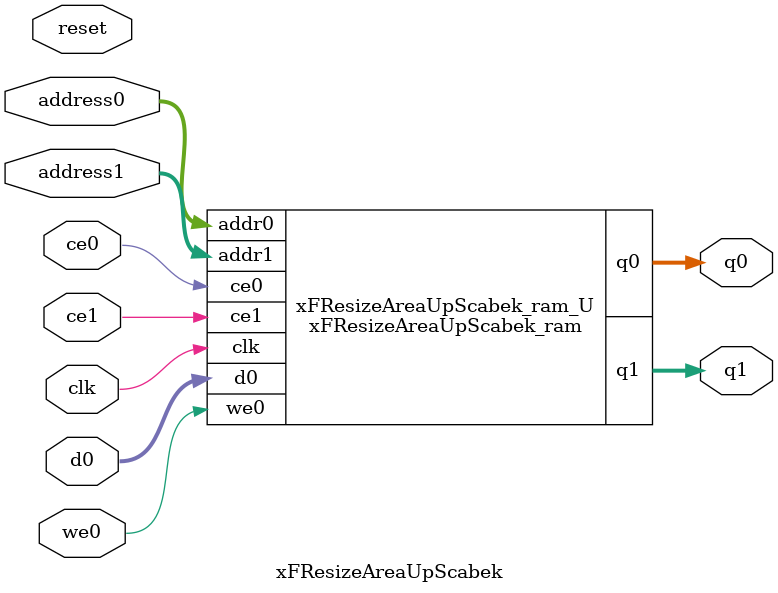
<source format=v>
`timescale 1 ns / 1 ps
module xFResizeAreaUpScabek_ram (addr0, ce0, d0, we0, q0, addr1, ce1, q1,  clk);

parameter DWIDTH = 24;
parameter AWIDTH = 9;
parameter MEM_SIZE = 320;

input[AWIDTH-1:0] addr0;
input ce0;
input[DWIDTH-1:0] d0;
input we0;
output reg[DWIDTH-1:0] q0;
input[AWIDTH-1:0] addr1;
input ce1;
output reg[DWIDTH-1:0] q1;
input clk;

(* ram_style = "block" *)reg [DWIDTH-1:0] ram[0:MEM_SIZE-1];




always @(posedge clk)  
begin 
    if (ce0) begin
        if (we0) 
            ram[addr0] <= d0; 
        q0 <= ram[addr0];
    end
end


always @(posedge clk)  
begin 
    if (ce1) begin
        q1 <= ram[addr1];
    end
end


endmodule

`timescale 1 ns / 1 ps
module xFResizeAreaUpScabek(
    reset,
    clk,
    address0,
    ce0,
    we0,
    d0,
    q0,
    address1,
    ce1,
    q1);

parameter DataWidth = 32'd24;
parameter AddressRange = 32'd320;
parameter AddressWidth = 32'd9;
input reset;
input clk;
input[AddressWidth - 1:0] address0;
input ce0;
input we0;
input[DataWidth - 1:0] d0;
output[DataWidth - 1:0] q0;
input[AddressWidth - 1:0] address1;
input ce1;
output[DataWidth - 1:0] q1;



xFResizeAreaUpScabek_ram xFResizeAreaUpScabek_ram_U(
    .clk( clk ),
    .addr0( address0 ),
    .ce0( ce0 ),
    .we0( we0 ),
    .d0( d0 ),
    .q0( q0 ),
    .addr1( address1 ),
    .ce1( ce1 ),
    .q1( q1 ));

endmodule


</source>
